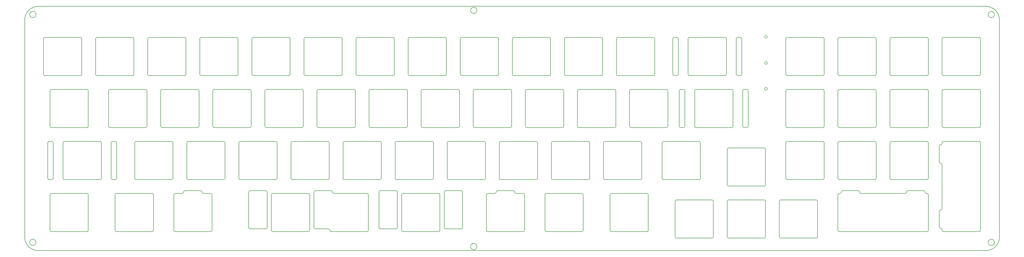
<source format=gm1>
G04 #@! TF.GenerationSoftware,KiCad,Pcbnew,(5.1.9)-1*
G04 #@! TF.CreationDate,2021-06-08T14:57:44-04:00*
G04 #@! TF.ProjectId,kastenwagen-plate,6b617374-656e-4776-9167-656e2d706c61,rev?*
G04 #@! TF.SameCoordinates,Original*
G04 #@! TF.FileFunction,Profile,NP*
%FSLAX46Y46*%
G04 Gerber Fmt 4.6, Leading zero omitted, Abs format (unit mm)*
G04 Created by KiCad (PCBNEW (5.1.9)-1) date 2021-06-08 14:57:44*
%MOMM*%
%LPD*%
G01*
G04 APERTURE LIST*
G04 #@! TA.AperFunction,Profile*
%ADD10C,0.200000*%
G04 #@! TD*
G04 #@! TA.AperFunction,Profile*
%ADD11C,0.150000*%
G04 #@! TD*
G04 APERTURE END LIST*
D10*
X11500000Y-12000000D02*
G75*
G02*
X16500000Y-7000000I5000000J0D01*
G01*
X11500000Y-91500000D02*
X11500000Y-12000000D01*
X16500000Y-96500000D02*
G75*
G02*
X11500000Y-91500000I0J5000000D01*
G01*
X16500000Y-7000000D02*
X363000000Y-7000000D01*
X363000000Y-7000000D02*
G75*
G02*
X368000000Y-12000000I0J-5000000D01*
G01*
X16500000Y-96500000D02*
X363000000Y-96500000D01*
X368000000Y-91500000D02*
X368000000Y-12000000D01*
X368000000Y-91500000D02*
G75*
G02*
X363000000Y-96500000I-5000000J0D01*
G01*
D11*
X176900000Y-95000000D02*
G75*
G03*
X176900000Y-95000000I-1150000J0D01*
G01*
X15650000Y-93500000D02*
G75*
G03*
X15650000Y-93500000I-1150000J0D01*
G01*
X15650000Y-10000000D02*
G75*
G03*
X15650000Y-10000000I-1150000J0D01*
G01*
X366150000Y-93500000D02*
G75*
G03*
X366150000Y-93500000I-1150000J0D01*
G01*
X366150000Y-10000000D02*
G75*
G03*
X366150000Y-10000000I-1150000J0D01*
G01*
X176900000Y-8500000D02*
G75*
G03*
X176900000Y-8500000I-1150000J0D01*
G01*
D10*
X283100400Y-18236400D02*
G75*
G03*
X283100400Y-18236400I-500000J0D01*
G01*
X283100400Y-27736400D02*
G75*
G03*
X283100400Y-27736400I-500000J0D01*
G01*
X283100400Y-37236400D02*
G75*
G03*
X283100400Y-37236400I-500000J0D01*
G01*
G04 #@! TO.C,REF\u002A\u002A*
X79525000Y-89550000D02*
X66525000Y-89550000D01*
X117306750Y-75050000D02*
X117306750Y-88050000D01*
X117806750Y-88550000D02*
X122675000Y-88550000D01*
X117806750Y-74550000D02*
X123556750Y-74550000D01*
X115243750Y-89550000D02*
X102243750Y-89550000D01*
X93430750Y-75050000D02*
X93430750Y-88050000D01*
X115743750Y-89050000D02*
X115743750Y-76050000D01*
X101743750Y-76050000D02*
X101743750Y-89050000D01*
X102243750Y-75550000D02*
X115243750Y-75550000D01*
X100180750Y-75050000D02*
X100180750Y-88050000D01*
X93930750Y-74550000D02*
X99680750Y-74550000D01*
X93930750Y-88550000D02*
X99680750Y-88550000D01*
X193825000Y-89550000D02*
X180825000Y-89550000D01*
X180825000Y-75550000D02*
X183450000Y-75550000D01*
X180325000Y-76050000D02*
X180325000Y-89050000D01*
X194325000Y-89050000D02*
X194325000Y-76050000D01*
X184450000Y-74550000D02*
X190200000Y-74550000D01*
X124556750Y-75550000D02*
X136675000Y-75550000D01*
X137175000Y-89050000D02*
X137175000Y-76050000D01*
X136675000Y-89550000D02*
X123675000Y-89550000D01*
X76875000Y-75550000D02*
X79525000Y-75550000D01*
X80025000Y-89050000D02*
X80025000Y-76050000D01*
X66025000Y-76050000D02*
X66025000Y-89050000D01*
X165431750Y-88550000D02*
X171181750Y-88550000D01*
X164931750Y-75050000D02*
X164931750Y-88050000D01*
X162868750Y-89550000D02*
X149868750Y-89550000D01*
X163368750Y-89050000D02*
X163368750Y-76050000D01*
X149368750Y-76050000D02*
X149368750Y-89050000D01*
X149868750Y-75550000D02*
X162868750Y-75550000D01*
X171681750Y-75050000D02*
X171681750Y-88050000D01*
X147805750Y-75050000D02*
X147805750Y-88050000D01*
X141055750Y-75050000D02*
X141055750Y-88050000D01*
X165431750Y-74550000D02*
X171181750Y-74550000D01*
X141555750Y-74550000D02*
X147305750Y-74550000D01*
X141555750Y-88550000D02*
X147305750Y-88550000D01*
X75875000Y-74550000D02*
X70125000Y-74550000D01*
X66525000Y-75550000D02*
X69125000Y-75550000D01*
X191200000Y-75550000D02*
X193825000Y-75550000D01*
X76875000Y-75550000D02*
G75*
G02*
X76375000Y-75050000I0J500000D01*
G01*
X69625000Y-75050000D02*
G75*
G02*
X70125000Y-74550000I500000J0D01*
G01*
X69625000Y-75050000D02*
G75*
G02*
X69125000Y-75550000I-500000J0D01*
G01*
X75875000Y-74550000D02*
G75*
G02*
X76375000Y-75050000I0J-500000D01*
G01*
X123556750Y-74550000D02*
G75*
G02*
X124056750Y-75050000I0J-500000D01*
G01*
X123675000Y-89550000D02*
G75*
G02*
X123175000Y-89050000I0J500000D01*
G01*
X183950000Y-75050000D02*
G75*
G02*
X183450000Y-75550000I-500000J0D01*
G01*
X191200000Y-75550000D02*
G75*
G02*
X190700000Y-75050000I0J500000D01*
G01*
X101743750Y-76050000D02*
G75*
G02*
X102243750Y-75550000I500000J0D01*
G01*
X115743750Y-89050000D02*
G75*
G02*
X115243750Y-89550000I-500000J0D01*
G01*
X115243750Y-75550000D02*
G75*
G02*
X115743750Y-76050000I0J-500000D01*
G01*
X102243750Y-89550000D02*
G75*
G02*
X101743750Y-89050000I0J500000D01*
G01*
X93430750Y-75050000D02*
G75*
G02*
X93930750Y-74550000I500000J0D01*
G01*
X100180750Y-88050000D02*
G75*
G02*
X99680750Y-88550000I-500000J0D01*
G01*
X93930750Y-88550000D02*
G75*
G02*
X93430750Y-88050000I0J500000D01*
G01*
X117306750Y-75050000D02*
G75*
G02*
X117806750Y-74550000I500000J0D01*
G01*
X122675000Y-88550000D02*
G75*
G02*
X123175000Y-89050000I0J-500000D01*
G01*
X99680750Y-74550000D02*
G75*
G02*
X100180750Y-75050000I0J-500000D01*
G01*
X117806750Y-88550000D02*
G75*
G02*
X117306750Y-88050000I0J500000D01*
G01*
X164931750Y-75050000D02*
G75*
G02*
X165431750Y-74550000I500000J0D01*
G01*
X141555750Y-88550000D02*
G75*
G02*
X141055750Y-88050000I0J500000D01*
G01*
X147805750Y-88050000D02*
G75*
G02*
X147305750Y-88550000I-500000J0D01*
G01*
X171681750Y-88050000D02*
G75*
G02*
X171181750Y-88550000I-500000J0D01*
G01*
X141055750Y-75050000D02*
G75*
G02*
X141555750Y-74550000I500000J0D01*
G01*
X163368750Y-89050000D02*
G75*
G02*
X162868750Y-89550000I-500000J0D01*
G01*
X147305750Y-74550000D02*
G75*
G02*
X147805750Y-75050000I0J-500000D01*
G01*
X149368750Y-76050000D02*
G75*
G02*
X149868750Y-75550000I500000J0D01*
G01*
X162868750Y-75550000D02*
G75*
G02*
X163368750Y-76050000I0J-500000D01*
G01*
X149868750Y-89550000D02*
G75*
G02*
X149368750Y-89050000I0J500000D01*
G01*
X171181750Y-74550000D02*
G75*
G02*
X171681750Y-75050000I0J-500000D01*
G01*
X165431750Y-88550000D02*
G75*
G02*
X164931750Y-88050000I0J500000D01*
G01*
X180325000Y-76050000D02*
G75*
G02*
X180825000Y-75550000I500000J0D01*
G01*
X194325000Y-89050000D02*
G75*
G02*
X193825000Y-89550000I-500000J0D01*
G01*
X180825000Y-89550000D02*
G75*
G02*
X180325000Y-89050000I0J500000D01*
G01*
X193825000Y-75550000D02*
G75*
G02*
X194325000Y-76050000I0J-500000D01*
G01*
X79525000Y-75550000D02*
G75*
G02*
X80025000Y-76050000I0J-500000D01*
G01*
X66525000Y-89550000D02*
G75*
G02*
X66025000Y-89050000I0J500000D01*
G01*
X66025000Y-76050000D02*
G75*
G02*
X66525000Y-75550000I500000J0D01*
G01*
X80025000Y-89050000D02*
G75*
G02*
X79525000Y-89550000I-500000J0D01*
G01*
X190200000Y-74550000D02*
G75*
G02*
X190700000Y-75050000I0J-500000D01*
G01*
X183950000Y-75050000D02*
G75*
G02*
X184450000Y-74550000I500000J0D01*
G01*
X136675000Y-75550000D02*
G75*
G02*
X137175000Y-76050000I0J-500000D01*
G01*
X137175000Y-89050000D02*
G75*
G02*
X136675000Y-89550000I-500000J0D01*
G01*
X124556750Y-75550000D02*
G75*
G02*
X124056750Y-75050000I0J500000D01*
G01*
X346012500Y-58212000D02*
X346012500Y-63962000D01*
X347012500Y-81088000D02*
X347012500Y-64962000D01*
X346012500Y-82088000D02*
X346012500Y-87838000D01*
X347012500Y-57212000D02*
X347012500Y-57000000D01*
X361012500Y-57000000D02*
X361012500Y-89050000D01*
X360512500Y-56500000D02*
X347512500Y-56500000D01*
X347012500Y-89050000D02*
X347012500Y-88838000D01*
X347512500Y-89550000D02*
X360512500Y-89550000D01*
X346512500Y-64462000D02*
G75*
G02*
X347012500Y-64962000I0J-500000D01*
G01*
X347012500Y-57212000D02*
G75*
G02*
X346512500Y-57712000I-500000J0D01*
G01*
X347012500Y-81088000D02*
G75*
G02*
X346512500Y-81588000I-500000J0D01*
G01*
X346512500Y-88338000D02*
G75*
G02*
X347012500Y-88838000I0J-500000D01*
G01*
X347512500Y-89550000D02*
G75*
G02*
X347012500Y-89050000I0J500000D01*
G01*
X361012500Y-89050000D02*
G75*
G02*
X360512500Y-89550000I-500000J0D01*
G01*
X360512500Y-56500000D02*
G75*
G02*
X361012500Y-57000000I0J-500000D01*
G01*
X347012500Y-57000000D02*
G75*
G02*
X347512500Y-56500000I500000J0D01*
G01*
X346512500Y-88338000D02*
G75*
G02*
X346012500Y-87838000I0J500000D01*
G01*
X346012500Y-82088000D02*
G75*
G02*
X346512500Y-81588000I500000J0D01*
G01*
X346012500Y-58212000D02*
G75*
G02*
X346512500Y-57712000I500000J0D01*
G01*
X346512500Y-64462000D02*
G75*
G02*
X346012500Y-63962000I0J500000D01*
G01*
X340250500Y-74550000D02*
X334500500Y-74550000D01*
X317374500Y-75550000D02*
X333500500Y-75550000D01*
X316374500Y-74550000D02*
X310624500Y-74550000D01*
X341250500Y-75550000D02*
X341462500Y-75550000D01*
X341462500Y-89550000D02*
X309412500Y-89550000D01*
X341962500Y-89050000D02*
X341962500Y-76050000D01*
X309412500Y-75550000D02*
X309624500Y-75550000D01*
X308912500Y-76050000D02*
X308912500Y-89050000D01*
X334000500Y-75050000D02*
G75*
G02*
X333500500Y-75550000I-500000J0D01*
G01*
X341250500Y-75550000D02*
G75*
G02*
X340750500Y-75050000I0J500000D01*
G01*
X317374500Y-75550000D02*
G75*
G02*
X316874500Y-75050000I0J500000D01*
G01*
X310124500Y-75050000D02*
G75*
G02*
X309624500Y-75550000I-500000J0D01*
G01*
X308912500Y-76050000D02*
G75*
G02*
X309412500Y-75550000I500000J0D01*
G01*
X309412500Y-89550000D02*
G75*
G02*
X308912500Y-89050000I0J500000D01*
G01*
X341962500Y-89050000D02*
G75*
G02*
X341462500Y-89550000I-500000J0D01*
G01*
X341462500Y-75550000D02*
G75*
G02*
X341962500Y-76050000I0J-500000D01*
G01*
X310124500Y-75050000D02*
G75*
G02*
X310624500Y-74550000I500000J0D01*
G01*
X316374500Y-74550000D02*
G75*
G02*
X316874500Y-75050000I0J-500000D01*
G01*
X340250500Y-74550000D02*
G75*
G02*
X340750500Y-75050000I0J-500000D01*
G01*
X334000500Y-75050000D02*
G75*
G02*
X334500500Y-74550000I500000J0D01*
G01*
X328462500Y-56500000D02*
X341462500Y-56500000D01*
X327962500Y-57000000D02*
X327962500Y-70000000D01*
X341962500Y-70000000D02*
X341962500Y-57000000D01*
X341462500Y-70500000D02*
X328462500Y-70500000D01*
X328462500Y-70500000D02*
G75*
G02*
X327962500Y-70000000I0J500000D01*
G01*
X341462500Y-56500000D02*
G75*
G02*
X341962500Y-57000000I0J-500000D01*
G01*
X341962500Y-70000000D02*
G75*
G02*
X341462500Y-70500000I-500000J0D01*
G01*
X327962500Y-57000000D02*
G75*
G02*
X328462500Y-56500000I500000J0D01*
G01*
X309412500Y-56500000D02*
X322412500Y-56500000D01*
X308912500Y-57000000D02*
X308912500Y-70000000D01*
X322912500Y-70000000D02*
X322912500Y-57000000D01*
X322412500Y-70500000D02*
X309412500Y-70500000D01*
X309412500Y-70500000D02*
G75*
G02*
X308912500Y-70000000I0J500000D01*
G01*
X322412500Y-56500000D02*
G75*
G02*
X322912500Y-57000000I0J-500000D01*
G01*
X322912500Y-70000000D02*
G75*
G02*
X322412500Y-70500000I-500000J0D01*
G01*
X308912500Y-57000000D02*
G75*
G02*
X309412500Y-56500000I500000J0D01*
G01*
X347512500Y-37450000D02*
X360512500Y-37450000D01*
X347012500Y-37950000D02*
X347012500Y-50950000D01*
X361012500Y-50950000D02*
X361012500Y-37950000D01*
X360512500Y-51450000D02*
X347512500Y-51450000D01*
X347512500Y-51450000D02*
G75*
G02*
X347012500Y-50950000I0J500000D01*
G01*
X360512500Y-37450000D02*
G75*
G02*
X361012500Y-37950000I0J-500000D01*
G01*
X361012500Y-50950000D02*
G75*
G02*
X360512500Y-51450000I-500000J0D01*
G01*
X347012500Y-37950000D02*
G75*
G02*
X347512500Y-37450000I500000J0D01*
G01*
X328462500Y-37450000D02*
X341462500Y-37450000D01*
X327962500Y-37950000D02*
X327962500Y-50950000D01*
X341962500Y-50950000D02*
X341962500Y-37950000D01*
X341462500Y-51450000D02*
X328462500Y-51450000D01*
X328462500Y-51450000D02*
G75*
G02*
X327962500Y-50950000I0J500000D01*
G01*
X341462500Y-37450000D02*
G75*
G02*
X341962500Y-37950000I0J-500000D01*
G01*
X341962500Y-50950000D02*
G75*
G02*
X341462500Y-51450000I-500000J0D01*
G01*
X327962500Y-37950000D02*
G75*
G02*
X328462500Y-37450000I500000J0D01*
G01*
X309412500Y-37450000D02*
X322412500Y-37450000D01*
X308912500Y-37950000D02*
X308912500Y-50950000D01*
X322912500Y-50950000D02*
X322912500Y-37950000D01*
X322412500Y-51450000D02*
X309412500Y-51450000D01*
X309412500Y-51450000D02*
G75*
G02*
X308912500Y-50950000I0J500000D01*
G01*
X322412500Y-37450000D02*
G75*
G02*
X322912500Y-37950000I0J-500000D01*
G01*
X322912500Y-50950000D02*
G75*
G02*
X322412500Y-51450000I-500000J0D01*
G01*
X308912500Y-37950000D02*
G75*
G02*
X309412500Y-37450000I500000J0D01*
G01*
X347512500Y-18400000D02*
X360512500Y-18400000D01*
X347012500Y-18900000D02*
X347012500Y-31900000D01*
X361012500Y-31900000D02*
X361012500Y-18900000D01*
X360512500Y-32400000D02*
X347512500Y-32400000D01*
X347512500Y-32400000D02*
G75*
G02*
X347012500Y-31900000I0J500000D01*
G01*
X360512500Y-18400000D02*
G75*
G02*
X361012500Y-18900000I0J-500000D01*
G01*
X361012500Y-31900000D02*
G75*
G02*
X360512500Y-32400000I-500000J0D01*
G01*
X347012500Y-18900000D02*
G75*
G02*
X347512500Y-18400000I500000J0D01*
G01*
X328462500Y-18400000D02*
X341462500Y-18400000D01*
X327962500Y-18900000D02*
X327962500Y-31900000D01*
X341962500Y-31900000D02*
X341962500Y-18900000D01*
X341462500Y-32400000D02*
X328462500Y-32400000D01*
X328462500Y-32400000D02*
G75*
G02*
X327962500Y-31900000I0J500000D01*
G01*
X341462500Y-18400000D02*
G75*
G02*
X341962500Y-18900000I0J-500000D01*
G01*
X341962500Y-31900000D02*
G75*
G02*
X341462500Y-32400000I-500000J0D01*
G01*
X327962500Y-18900000D02*
G75*
G02*
X328462500Y-18400000I500000J0D01*
G01*
X309412500Y-18400000D02*
X322412500Y-18400000D01*
X308912500Y-18900000D02*
X308912500Y-31900000D01*
X322912500Y-31900000D02*
X322912500Y-18900000D01*
X322412500Y-32400000D02*
X309412500Y-32400000D01*
X309412500Y-32400000D02*
G75*
G02*
X308912500Y-31900000I0J500000D01*
G01*
X322412500Y-18400000D02*
G75*
G02*
X322912500Y-18900000I0J-500000D01*
G01*
X322912500Y-31900000D02*
G75*
G02*
X322412500Y-32400000I-500000J0D01*
G01*
X308912500Y-18900000D02*
G75*
G02*
X309412500Y-18400000I500000J0D01*
G01*
X290362500Y-18400000D02*
X303362500Y-18400000D01*
X289862500Y-18900000D02*
X289862500Y-31900000D01*
X303862500Y-31900000D02*
X303862500Y-18900000D01*
X303362500Y-32400000D02*
X290362500Y-32400000D01*
X290362500Y-32400000D02*
G75*
G02*
X289862500Y-31900000I0J500000D01*
G01*
X303362500Y-18400000D02*
G75*
G02*
X303862500Y-18900000I0J-500000D01*
G01*
X303862500Y-31900000D02*
G75*
G02*
X303362500Y-32400000I-500000J0D01*
G01*
X289862500Y-18900000D02*
G75*
G02*
X290362500Y-18400000I500000J0D01*
G01*
X290362500Y-37450000D02*
X303362500Y-37450000D01*
X289862500Y-37950000D02*
X289862500Y-50950000D01*
X303862500Y-50950000D02*
X303862500Y-37950000D01*
X303362500Y-51450000D02*
X290362500Y-51450000D01*
X290362500Y-51450000D02*
G75*
G02*
X289862500Y-50950000I0J500000D01*
G01*
X303362500Y-37450000D02*
G75*
G02*
X303862500Y-37950000I0J-500000D01*
G01*
X303862500Y-50950000D02*
G75*
G02*
X303362500Y-51450000I-500000J0D01*
G01*
X289862500Y-37950000D02*
G75*
G02*
X290362500Y-37450000I500000J0D01*
G01*
X290362500Y-56500000D02*
X303362500Y-56500000D01*
X289862500Y-57000000D02*
X289862500Y-70000000D01*
X303862500Y-70000000D02*
X303862500Y-57000000D01*
X303362500Y-70500000D02*
X290362500Y-70500000D01*
X290362500Y-70500000D02*
G75*
G02*
X289862500Y-70000000I0J500000D01*
G01*
X303362500Y-56500000D02*
G75*
G02*
X303862500Y-57000000I0J-500000D01*
G01*
X303862500Y-70000000D02*
G75*
G02*
X303362500Y-70500000I-500000J0D01*
G01*
X289862500Y-57000000D02*
G75*
G02*
X290362500Y-56500000I500000J0D01*
G01*
X287981250Y-77931250D02*
X300981250Y-77931250D01*
X287481250Y-78431250D02*
X287481250Y-91431250D01*
X301481250Y-91431250D02*
X301481250Y-78431250D01*
X300981250Y-91931250D02*
X287981250Y-91931250D01*
X287981250Y-91931250D02*
G75*
G02*
X287481250Y-91431250I0J500000D01*
G01*
X300981250Y-77931250D02*
G75*
G02*
X301481250Y-78431250I0J-500000D01*
G01*
X301481250Y-91431250D02*
G75*
G02*
X300981250Y-91931250I-500000J0D01*
G01*
X287481250Y-78431250D02*
G75*
G02*
X287981250Y-77931250I500000J0D01*
G01*
X249881250Y-77931250D02*
X262881250Y-77931250D01*
X249381250Y-78431250D02*
X249381250Y-91431250D01*
X263381250Y-91431250D02*
X263381250Y-78431250D01*
X262881250Y-91931250D02*
X249881250Y-91931250D01*
X249881250Y-91931250D02*
G75*
G02*
X249381250Y-91431250I0J500000D01*
G01*
X262881250Y-77931250D02*
G75*
G02*
X263381250Y-78431250I0J-500000D01*
G01*
X263381250Y-91431250D02*
G75*
G02*
X262881250Y-91931250I-500000J0D01*
G01*
X249381250Y-78431250D02*
G75*
G02*
X249881250Y-77931250I500000J0D01*
G01*
X268931250Y-77931250D02*
X281931250Y-77931250D01*
X268431250Y-78431250D02*
X268431250Y-91431250D01*
X282431250Y-91431250D02*
X282431250Y-78431250D01*
X281931250Y-91931250D02*
X268931250Y-91931250D01*
X268931250Y-91931250D02*
G75*
G02*
X268431250Y-91431250I0J500000D01*
G01*
X281931250Y-77931250D02*
G75*
G02*
X282431250Y-78431250I0J-500000D01*
G01*
X282431250Y-91431250D02*
G75*
G02*
X281931250Y-91931250I-500000J0D01*
G01*
X268431250Y-78431250D02*
G75*
G02*
X268931250Y-77931250I500000J0D01*
G01*
X268931250Y-58881250D02*
X281931250Y-58881250D01*
X268431250Y-59381250D02*
X268431250Y-72381250D01*
X282431250Y-72381250D02*
X282431250Y-59381250D01*
X281931250Y-72881250D02*
X268931250Y-72881250D01*
X268931250Y-72881250D02*
G75*
G02*
X268431250Y-72381250I0J500000D01*
G01*
X281931250Y-58881250D02*
G75*
G02*
X282431250Y-59381250I0J-500000D01*
G01*
X282431250Y-72381250D02*
G75*
G02*
X281931250Y-72881250I-500000J0D01*
G01*
X268431250Y-59381250D02*
G75*
G02*
X268931250Y-58881250I500000J0D01*
G01*
X215256250Y-89550000D02*
X202256250Y-89550000D01*
X215756250Y-89050000D02*
X215756250Y-76050000D01*
X201756250Y-76050000D02*
X201756250Y-89050000D01*
X202256250Y-75550000D02*
X215256250Y-75550000D01*
X202256250Y-89550000D02*
G75*
G02*
X201756250Y-89050000I0J500000D01*
G01*
X215256250Y-75550000D02*
G75*
G02*
X215756250Y-76050000I0J-500000D01*
G01*
X215756250Y-89050000D02*
G75*
G02*
X215256250Y-89550000I-500000J0D01*
G01*
X201756250Y-76050000D02*
G75*
G02*
X202256250Y-75550000I500000J0D01*
G01*
X239068750Y-89550000D02*
X226068750Y-89550000D01*
X239568750Y-89050000D02*
X239568750Y-76050000D01*
X225568750Y-76050000D02*
X225568750Y-89050000D01*
X226068750Y-75550000D02*
X239068750Y-75550000D01*
X226068750Y-89550000D02*
G75*
G02*
X225568750Y-89050000I0J500000D01*
G01*
X239068750Y-75550000D02*
G75*
G02*
X239568750Y-76050000I0J-500000D01*
G01*
X239568750Y-89050000D02*
G75*
G02*
X239068750Y-89550000I-500000J0D01*
G01*
X225568750Y-76050000D02*
G75*
G02*
X226068750Y-75550000I500000J0D01*
G01*
X58093750Y-89550000D02*
X45093750Y-89550000D01*
X58593750Y-89050000D02*
X58593750Y-76050000D01*
X44593750Y-76050000D02*
X44593750Y-89050000D01*
X45093750Y-75550000D02*
X58093750Y-75550000D01*
X45093750Y-89550000D02*
G75*
G02*
X44593750Y-89050000I0J500000D01*
G01*
X58093750Y-75550000D02*
G75*
G02*
X58593750Y-76050000I0J-500000D01*
G01*
X58593750Y-89050000D02*
G75*
G02*
X58093750Y-89550000I-500000J0D01*
G01*
X44593750Y-76050000D02*
G75*
G02*
X45093750Y-75550000I500000J0D01*
G01*
X34281250Y-89550000D02*
X21281250Y-89550000D01*
X34781250Y-89050000D02*
X34781250Y-76050000D01*
X20781250Y-76050000D02*
X20781250Y-89050000D01*
X21281250Y-75550000D02*
X34281250Y-75550000D01*
X21281250Y-89550000D02*
G75*
G02*
X20781250Y-89050000I0J500000D01*
G01*
X34281250Y-75550000D02*
G75*
G02*
X34781250Y-76050000I0J-500000D01*
G01*
X34781250Y-89050000D02*
G75*
G02*
X34281250Y-89550000I-500000J0D01*
G01*
X20781250Y-76050000D02*
G75*
G02*
X21281250Y-75550000I500000J0D01*
G01*
X34281250Y-51450000D02*
X21281250Y-51450000D01*
X34781250Y-50950000D02*
X34781250Y-37950000D01*
X20781250Y-37950000D02*
X20781250Y-50950000D01*
X21281250Y-37450000D02*
X34281250Y-37450000D01*
X21281250Y-51450000D02*
G75*
G02*
X20781250Y-50950000I0J500000D01*
G01*
X34281250Y-37450000D02*
G75*
G02*
X34781250Y-37950000I0J-500000D01*
G01*
X34781250Y-50950000D02*
G75*
G02*
X34281250Y-51450000I-500000J0D01*
G01*
X20781250Y-37950000D02*
G75*
G02*
X21281250Y-37450000I500000J0D01*
G01*
X258118750Y-70500000D02*
X245118750Y-70500000D01*
X258618750Y-70000000D02*
X258618750Y-57000000D01*
X244618750Y-57000000D02*
X244618750Y-70000000D01*
X245118750Y-56500000D02*
X258118750Y-56500000D01*
X245118750Y-70500000D02*
G75*
G02*
X244618750Y-70000000I0J500000D01*
G01*
X258118750Y-56500000D02*
G75*
G02*
X258618750Y-57000000I0J-500000D01*
G01*
X258618750Y-70000000D02*
G75*
G02*
X258118750Y-70500000I-500000J0D01*
G01*
X244618750Y-57000000D02*
G75*
G02*
X245118750Y-56500000I500000J0D01*
G01*
X270025000Y-51450000D02*
X257025000Y-51450000D01*
X270525000Y-50950000D02*
X270525000Y-37950000D01*
X256525000Y-37950000D02*
X256525000Y-50950000D01*
X257025000Y-37450000D02*
X270025000Y-37450000D01*
X252925000Y-37950000D02*
X252925000Y-50950000D01*
X250925000Y-37950000D02*
X250925000Y-50950000D01*
X251425000Y-37450000D02*
X252425000Y-37450000D01*
X251425000Y-51450000D02*
X252425000Y-51450000D01*
X275625000Y-51450000D02*
X274625000Y-51450000D01*
X275625000Y-37450000D02*
X274625000Y-37450000D01*
X274125000Y-50950000D02*
X274125000Y-37950000D01*
X276125000Y-50950000D02*
X276125000Y-37950000D01*
X276125000Y-50950000D02*
G75*
G02*
X275625000Y-51450000I-500000J0D01*
G01*
X274125000Y-37950000D02*
G75*
G02*
X274625000Y-37450000I500000J0D01*
G01*
X274625000Y-51450000D02*
G75*
G02*
X274125000Y-50950000I0J500000D01*
G01*
X275625000Y-37450000D02*
G75*
G02*
X276125000Y-37950000I0J-500000D01*
G01*
X252425000Y-37450000D02*
G75*
G02*
X252925000Y-37950000I0J-500000D01*
G01*
X251425000Y-51450000D02*
G75*
G02*
X250925000Y-50950000I0J500000D01*
G01*
X252925000Y-50950000D02*
G75*
G02*
X252425000Y-51450000I-500000J0D01*
G01*
X250925000Y-37950000D02*
G75*
G02*
X251425000Y-37450000I500000J0D01*
G01*
X257025000Y-51450000D02*
G75*
G02*
X256525000Y-50950000I0J500000D01*
G01*
X270025000Y-37450000D02*
G75*
G02*
X270525000Y-37950000I0J-500000D01*
G01*
X270525000Y-50950000D02*
G75*
G02*
X270025000Y-51450000I-500000J0D01*
G01*
X256525000Y-37950000D02*
G75*
G02*
X257025000Y-37450000I500000J0D01*
G01*
X267643750Y-32400000D02*
X254643750Y-32400000D01*
X268143750Y-31900000D02*
X268143750Y-18900000D01*
X254143750Y-18900000D02*
X254143750Y-31900000D01*
X254643750Y-18400000D02*
X267643750Y-18400000D01*
X250543750Y-18900000D02*
X250543750Y-31900000D01*
X248543750Y-18900000D02*
X248543750Y-31900000D01*
X249043750Y-18400000D02*
X250043750Y-18400000D01*
X249043750Y-32400000D02*
X250043750Y-32400000D01*
X273243750Y-32400000D02*
X272243750Y-32400000D01*
X273243750Y-18400000D02*
X272243750Y-18400000D01*
X271743750Y-31900000D02*
X271743750Y-18900000D01*
X273743750Y-31900000D02*
X273743750Y-18900000D01*
X273743750Y-31900000D02*
G75*
G02*
X273243750Y-32400000I-500000J0D01*
G01*
X271743750Y-18900000D02*
G75*
G02*
X272243750Y-18400000I500000J0D01*
G01*
X272243750Y-32400000D02*
G75*
G02*
X271743750Y-31900000I0J500000D01*
G01*
X273243750Y-18400000D02*
G75*
G02*
X273743750Y-18900000I0J-500000D01*
G01*
X250043750Y-18400000D02*
G75*
G02*
X250543750Y-18900000I0J-500000D01*
G01*
X249043750Y-32400000D02*
G75*
G02*
X248543750Y-31900000I0J500000D01*
G01*
X250543750Y-31900000D02*
G75*
G02*
X250043750Y-32400000I-500000J0D01*
G01*
X248543750Y-18900000D02*
G75*
G02*
X249043750Y-18400000I500000J0D01*
G01*
X254643750Y-32400000D02*
G75*
G02*
X254143750Y-31900000I0J500000D01*
G01*
X267643750Y-18400000D02*
G75*
G02*
X268143750Y-18900000I0J-500000D01*
G01*
X268143750Y-31900000D02*
G75*
G02*
X267643750Y-32400000I-500000J0D01*
G01*
X254143750Y-18900000D02*
G75*
G02*
X254643750Y-18400000I500000J0D01*
G01*
X39043750Y-70500000D02*
X26043750Y-70500000D01*
X39543750Y-70000000D02*
X39543750Y-57000000D01*
X25543750Y-57000000D02*
X25543750Y-70000000D01*
X26043750Y-56500000D02*
X39043750Y-56500000D01*
X21943750Y-57000000D02*
X21943750Y-70000000D01*
X19943750Y-57000000D02*
X19943750Y-70000000D01*
X20443750Y-56500000D02*
X21443750Y-56500000D01*
X20443750Y-70500000D02*
X21443750Y-70500000D01*
X44643750Y-70500000D02*
X43643750Y-70500000D01*
X44643750Y-56500000D02*
X43643750Y-56500000D01*
X43143750Y-70000000D02*
X43143750Y-57000000D01*
X45143750Y-70000000D02*
X45143750Y-57000000D01*
X45143750Y-70000000D02*
G75*
G02*
X44643750Y-70500000I-500000J0D01*
G01*
X43143750Y-57000000D02*
G75*
G02*
X43643750Y-56500000I500000J0D01*
G01*
X43643750Y-70500000D02*
G75*
G02*
X43143750Y-70000000I0J500000D01*
G01*
X44643750Y-56500000D02*
G75*
G02*
X45143750Y-57000000I0J-500000D01*
G01*
X21443750Y-56500000D02*
G75*
G02*
X21943750Y-57000000I0J-500000D01*
G01*
X20443750Y-70500000D02*
G75*
G02*
X19943750Y-70000000I0J500000D01*
G01*
X21943750Y-70000000D02*
G75*
G02*
X21443750Y-70500000I-500000J0D01*
G01*
X19943750Y-57000000D02*
G75*
G02*
X20443750Y-56500000I500000J0D01*
G01*
X26043750Y-70500000D02*
G75*
G02*
X25543750Y-70000000I0J500000D01*
G01*
X39043750Y-56500000D02*
G75*
G02*
X39543750Y-57000000I0J-500000D01*
G01*
X39543750Y-70000000D02*
G75*
G02*
X39043750Y-70500000I-500000J0D01*
G01*
X25543750Y-57000000D02*
G75*
G02*
X26043750Y-56500000I500000J0D01*
G01*
X90337500Y-56500000D02*
X103337500Y-56500000D01*
X89837500Y-57000000D02*
X89837500Y-70000000D01*
X103837500Y-70000000D02*
X103837500Y-57000000D01*
X103337500Y-70500000D02*
X90337500Y-70500000D01*
X90337500Y-70500000D02*
G75*
G02*
X89837500Y-70000000I0J500000D01*
G01*
X103337500Y-56500000D02*
G75*
G02*
X103837500Y-57000000I0J-500000D01*
G01*
X103837500Y-70000000D02*
G75*
G02*
X103337500Y-70500000I-500000J0D01*
G01*
X89837500Y-57000000D02*
G75*
G02*
X90337500Y-56500000I500000J0D01*
G01*
X71287500Y-56500000D02*
X84287500Y-56500000D01*
X70787500Y-57000000D02*
X70787500Y-70000000D01*
X84787500Y-70000000D02*
X84787500Y-57000000D01*
X84287500Y-70500000D02*
X71287500Y-70500000D01*
X71287500Y-70500000D02*
G75*
G02*
X70787500Y-70000000I0J500000D01*
G01*
X84287500Y-56500000D02*
G75*
G02*
X84787500Y-57000000I0J-500000D01*
G01*
X84787500Y-70000000D02*
G75*
G02*
X84287500Y-70500000I-500000J0D01*
G01*
X70787500Y-57000000D02*
G75*
G02*
X71287500Y-56500000I500000J0D01*
G01*
X147487500Y-56500000D02*
X160487500Y-56500000D01*
X146987500Y-57000000D02*
X146987500Y-70000000D01*
X160987500Y-70000000D02*
X160987500Y-57000000D01*
X160487500Y-70500000D02*
X147487500Y-70500000D01*
X147487500Y-70500000D02*
G75*
G02*
X146987500Y-70000000I0J500000D01*
G01*
X160487500Y-56500000D02*
G75*
G02*
X160987500Y-57000000I0J-500000D01*
G01*
X160987500Y-70000000D02*
G75*
G02*
X160487500Y-70500000I-500000J0D01*
G01*
X146987500Y-57000000D02*
G75*
G02*
X147487500Y-56500000I500000J0D01*
G01*
X109387500Y-56500000D02*
X122387500Y-56500000D01*
X108887500Y-57000000D02*
X108887500Y-70000000D01*
X122887500Y-70000000D02*
X122887500Y-57000000D01*
X122387500Y-70500000D02*
X109387500Y-70500000D01*
X109387500Y-70500000D02*
G75*
G02*
X108887500Y-70000000I0J500000D01*
G01*
X122387500Y-56500000D02*
G75*
G02*
X122887500Y-57000000I0J-500000D01*
G01*
X122887500Y-70000000D02*
G75*
G02*
X122387500Y-70500000I-500000J0D01*
G01*
X108887500Y-57000000D02*
G75*
G02*
X109387500Y-56500000I500000J0D01*
G01*
X128437500Y-56500000D02*
X141437500Y-56500000D01*
X127937500Y-57000000D02*
X127937500Y-70000000D01*
X141937500Y-70000000D02*
X141937500Y-57000000D01*
X141437500Y-70500000D02*
X128437500Y-70500000D01*
X128437500Y-70500000D02*
G75*
G02*
X127937500Y-70000000I0J500000D01*
G01*
X141437500Y-56500000D02*
G75*
G02*
X141937500Y-57000000I0J-500000D01*
G01*
X141937500Y-70000000D02*
G75*
G02*
X141437500Y-70500000I-500000J0D01*
G01*
X127937500Y-57000000D02*
G75*
G02*
X128437500Y-56500000I500000J0D01*
G01*
X166537500Y-56500000D02*
X179537500Y-56500000D01*
X166037500Y-57000000D02*
X166037500Y-70000000D01*
X180037500Y-70000000D02*
X180037500Y-57000000D01*
X179537500Y-70500000D02*
X166537500Y-70500000D01*
X166537500Y-70500000D02*
G75*
G02*
X166037500Y-70000000I0J500000D01*
G01*
X179537500Y-56500000D02*
G75*
G02*
X180037500Y-57000000I0J-500000D01*
G01*
X180037500Y-70000000D02*
G75*
G02*
X179537500Y-70500000I-500000J0D01*
G01*
X166037500Y-57000000D02*
G75*
G02*
X166537500Y-56500000I500000J0D01*
G01*
X204637500Y-56500000D02*
X217637500Y-56500000D01*
X204137500Y-57000000D02*
X204137500Y-70000000D01*
X218137500Y-70000000D02*
X218137500Y-57000000D01*
X217637500Y-70500000D02*
X204637500Y-70500000D01*
X204637500Y-70500000D02*
G75*
G02*
X204137500Y-70000000I0J500000D01*
G01*
X217637500Y-56500000D02*
G75*
G02*
X218137500Y-57000000I0J-500000D01*
G01*
X218137500Y-70000000D02*
G75*
G02*
X217637500Y-70500000I-500000J0D01*
G01*
X204137500Y-57000000D02*
G75*
G02*
X204637500Y-56500000I500000J0D01*
G01*
X185587500Y-56500000D02*
X198587500Y-56500000D01*
X185087500Y-57000000D02*
X185087500Y-70000000D01*
X199087500Y-70000000D02*
X199087500Y-57000000D01*
X198587500Y-70500000D02*
X185587500Y-70500000D01*
X185587500Y-70500000D02*
G75*
G02*
X185087500Y-70000000I0J500000D01*
G01*
X198587500Y-56500000D02*
G75*
G02*
X199087500Y-57000000I0J-500000D01*
G01*
X199087500Y-70000000D02*
G75*
G02*
X198587500Y-70500000I-500000J0D01*
G01*
X185087500Y-57000000D02*
G75*
G02*
X185587500Y-56500000I500000J0D01*
G01*
X52237500Y-56500000D02*
X65237500Y-56500000D01*
X51737500Y-57000000D02*
X51737500Y-70000000D01*
X65737500Y-70000000D02*
X65737500Y-57000000D01*
X65237500Y-70500000D02*
X52237500Y-70500000D01*
X52237500Y-70500000D02*
G75*
G02*
X51737500Y-70000000I0J500000D01*
G01*
X65237500Y-56500000D02*
G75*
G02*
X65737500Y-57000000I0J-500000D01*
G01*
X65737500Y-70000000D02*
G75*
G02*
X65237500Y-70500000I-500000J0D01*
G01*
X51737500Y-57000000D02*
G75*
G02*
X52237500Y-56500000I500000J0D01*
G01*
X223687500Y-56500000D02*
X236687500Y-56500000D01*
X223187500Y-57000000D02*
X223187500Y-70000000D01*
X237187500Y-70000000D02*
X237187500Y-57000000D01*
X236687500Y-70500000D02*
X223687500Y-70500000D01*
X223687500Y-70500000D02*
G75*
G02*
X223187500Y-70000000I0J500000D01*
G01*
X236687500Y-56500000D02*
G75*
G02*
X237187500Y-57000000I0J-500000D01*
G01*
X237187500Y-70000000D02*
G75*
G02*
X236687500Y-70500000I-500000J0D01*
G01*
X223187500Y-57000000D02*
G75*
G02*
X223687500Y-56500000I500000J0D01*
G01*
X214162500Y-37450000D02*
X227162500Y-37450000D01*
X213662500Y-37950000D02*
X213662500Y-50950000D01*
X227662500Y-50950000D02*
X227662500Y-37950000D01*
X227162500Y-51450000D02*
X214162500Y-51450000D01*
X214162500Y-51450000D02*
G75*
G02*
X213662500Y-50950000I0J500000D01*
G01*
X227162500Y-37450000D02*
G75*
G02*
X227662500Y-37950000I0J-500000D01*
G01*
X227662500Y-50950000D02*
G75*
G02*
X227162500Y-51450000I-500000J0D01*
G01*
X213662500Y-37950000D02*
G75*
G02*
X214162500Y-37450000I500000J0D01*
G01*
X176062500Y-37450000D02*
X189062500Y-37450000D01*
X175562500Y-37950000D02*
X175562500Y-50950000D01*
X189562500Y-50950000D02*
X189562500Y-37950000D01*
X189062500Y-51450000D02*
X176062500Y-51450000D01*
X176062500Y-51450000D02*
G75*
G02*
X175562500Y-50950000I0J500000D01*
G01*
X189062500Y-37450000D02*
G75*
G02*
X189562500Y-37950000I0J-500000D01*
G01*
X189562500Y-50950000D02*
G75*
G02*
X189062500Y-51450000I-500000J0D01*
G01*
X175562500Y-37950000D02*
G75*
G02*
X176062500Y-37450000I500000J0D01*
G01*
X195112500Y-37450000D02*
X208112500Y-37450000D01*
X194612500Y-37950000D02*
X194612500Y-50950000D01*
X208612500Y-50950000D02*
X208612500Y-37950000D01*
X208112500Y-51450000D02*
X195112500Y-51450000D01*
X195112500Y-51450000D02*
G75*
G02*
X194612500Y-50950000I0J500000D01*
G01*
X208112500Y-37450000D02*
G75*
G02*
X208612500Y-37950000I0J-500000D01*
G01*
X208612500Y-50950000D02*
G75*
G02*
X208112500Y-51450000I-500000J0D01*
G01*
X194612500Y-37950000D02*
G75*
G02*
X195112500Y-37450000I500000J0D01*
G01*
X233212500Y-37450000D02*
X246212500Y-37450000D01*
X232712500Y-37950000D02*
X232712500Y-50950000D01*
X246712500Y-50950000D02*
X246712500Y-37950000D01*
X246212500Y-51450000D02*
X233212500Y-51450000D01*
X233212500Y-51450000D02*
G75*
G02*
X232712500Y-50950000I0J500000D01*
G01*
X246212500Y-37450000D02*
G75*
G02*
X246712500Y-37950000I0J-500000D01*
G01*
X246712500Y-50950000D02*
G75*
G02*
X246212500Y-51450000I-500000J0D01*
G01*
X232712500Y-37950000D02*
G75*
G02*
X233212500Y-37450000I500000J0D01*
G01*
X157012500Y-37450000D02*
X170012500Y-37450000D01*
X156512500Y-37950000D02*
X156512500Y-50950000D01*
X170512500Y-50950000D02*
X170512500Y-37950000D01*
X170012500Y-51450000D02*
X157012500Y-51450000D01*
X157012500Y-51450000D02*
G75*
G02*
X156512500Y-50950000I0J500000D01*
G01*
X170012500Y-37450000D02*
G75*
G02*
X170512500Y-37950000I0J-500000D01*
G01*
X170512500Y-50950000D02*
G75*
G02*
X170012500Y-51450000I-500000J0D01*
G01*
X156512500Y-37950000D02*
G75*
G02*
X157012500Y-37450000I500000J0D01*
G01*
X42712500Y-37450000D02*
X55712500Y-37450000D01*
X42212500Y-37950000D02*
X42212500Y-50950000D01*
X56212500Y-50950000D02*
X56212500Y-37950000D01*
X55712500Y-51450000D02*
X42712500Y-51450000D01*
X42712500Y-51450000D02*
G75*
G02*
X42212500Y-50950000I0J500000D01*
G01*
X55712500Y-37450000D02*
G75*
G02*
X56212500Y-37950000I0J-500000D01*
G01*
X56212500Y-50950000D02*
G75*
G02*
X55712500Y-51450000I-500000J0D01*
G01*
X42212500Y-37950000D02*
G75*
G02*
X42712500Y-37450000I500000J0D01*
G01*
X118912500Y-37450000D02*
X131912500Y-37450000D01*
X118412500Y-37950000D02*
X118412500Y-50950000D01*
X132412500Y-50950000D02*
X132412500Y-37950000D01*
X131912500Y-51450000D02*
X118912500Y-51450000D01*
X118912500Y-51450000D02*
G75*
G02*
X118412500Y-50950000I0J500000D01*
G01*
X131912500Y-37450000D02*
G75*
G02*
X132412500Y-37950000I0J-500000D01*
G01*
X132412500Y-50950000D02*
G75*
G02*
X131912500Y-51450000I-500000J0D01*
G01*
X118412500Y-37950000D02*
G75*
G02*
X118912500Y-37450000I500000J0D01*
G01*
X137962500Y-37450000D02*
X150962500Y-37450000D01*
X137462500Y-37950000D02*
X137462500Y-50950000D01*
X151462500Y-50950000D02*
X151462500Y-37950000D01*
X150962500Y-51450000D02*
X137962500Y-51450000D01*
X137962500Y-51450000D02*
G75*
G02*
X137462500Y-50950000I0J500000D01*
G01*
X150962500Y-37450000D02*
G75*
G02*
X151462500Y-37950000I0J-500000D01*
G01*
X151462500Y-50950000D02*
G75*
G02*
X150962500Y-51450000I-500000J0D01*
G01*
X137462500Y-37950000D02*
G75*
G02*
X137962500Y-37450000I500000J0D01*
G01*
X99862500Y-37450000D02*
X112862500Y-37450000D01*
X99362500Y-37950000D02*
X99362500Y-50950000D01*
X113362500Y-50950000D02*
X113362500Y-37950000D01*
X112862500Y-51450000D02*
X99862500Y-51450000D01*
X99862500Y-51450000D02*
G75*
G02*
X99362500Y-50950000I0J500000D01*
G01*
X112862500Y-37450000D02*
G75*
G02*
X113362500Y-37950000I0J-500000D01*
G01*
X113362500Y-50950000D02*
G75*
G02*
X112862500Y-51450000I-500000J0D01*
G01*
X99362500Y-37950000D02*
G75*
G02*
X99862500Y-37450000I500000J0D01*
G01*
X80812500Y-37450000D02*
X93812500Y-37450000D01*
X80312500Y-37950000D02*
X80312500Y-50950000D01*
X94312500Y-50950000D02*
X94312500Y-37950000D01*
X93812500Y-51450000D02*
X80812500Y-51450000D01*
X80812500Y-51450000D02*
G75*
G02*
X80312500Y-50950000I0J500000D01*
G01*
X93812500Y-37450000D02*
G75*
G02*
X94312500Y-37950000I0J-500000D01*
G01*
X94312500Y-50950000D02*
G75*
G02*
X93812500Y-51450000I-500000J0D01*
G01*
X80312500Y-37950000D02*
G75*
G02*
X80812500Y-37450000I500000J0D01*
G01*
X61762500Y-37450000D02*
X74762500Y-37450000D01*
X61262500Y-37950000D02*
X61262500Y-50950000D01*
X75262500Y-50950000D02*
X75262500Y-37950000D01*
X74762500Y-51450000D02*
X61762500Y-51450000D01*
X61762500Y-51450000D02*
G75*
G02*
X61262500Y-50950000I0J500000D01*
G01*
X74762500Y-37450000D02*
G75*
G02*
X75262500Y-37950000I0J-500000D01*
G01*
X75262500Y-50950000D02*
G75*
G02*
X74762500Y-51450000I-500000J0D01*
G01*
X61262500Y-37950000D02*
G75*
G02*
X61762500Y-37450000I500000J0D01*
G01*
X190350000Y-18400000D02*
X203350000Y-18400000D01*
X189850000Y-18900000D02*
X189850000Y-31900000D01*
X203850000Y-31900000D02*
X203850000Y-18900000D01*
X203350000Y-32400000D02*
X190350000Y-32400000D01*
X190350000Y-32400000D02*
G75*
G02*
X189850000Y-31900000I0J500000D01*
G01*
X203350000Y-18400000D02*
G75*
G02*
X203850000Y-18900000I0J-500000D01*
G01*
X203850000Y-31900000D02*
G75*
G02*
X203350000Y-32400000I-500000J0D01*
G01*
X189850000Y-18900000D02*
G75*
G02*
X190350000Y-18400000I500000J0D01*
G01*
X228450000Y-18400000D02*
X241450000Y-18400000D01*
X227950000Y-18900000D02*
X227950000Y-31900000D01*
X241950000Y-31900000D02*
X241950000Y-18900000D01*
X241450000Y-32400000D02*
X228450000Y-32400000D01*
X228450000Y-32400000D02*
G75*
G02*
X227950000Y-31900000I0J500000D01*
G01*
X241450000Y-18400000D02*
G75*
G02*
X241950000Y-18900000I0J-500000D01*
G01*
X241950000Y-31900000D02*
G75*
G02*
X241450000Y-32400000I-500000J0D01*
G01*
X227950000Y-18900000D02*
G75*
G02*
X228450000Y-18400000I500000J0D01*
G01*
X209400000Y-18400000D02*
X222400000Y-18400000D01*
X208900000Y-18900000D02*
X208900000Y-31900000D01*
X222900000Y-31900000D02*
X222900000Y-18900000D01*
X222400000Y-32400000D02*
X209400000Y-32400000D01*
X209400000Y-32400000D02*
G75*
G02*
X208900000Y-31900000I0J500000D01*
G01*
X222400000Y-18400000D02*
G75*
G02*
X222900000Y-18900000I0J-500000D01*
G01*
X222900000Y-31900000D02*
G75*
G02*
X222400000Y-32400000I-500000J0D01*
G01*
X208900000Y-18900000D02*
G75*
G02*
X209400000Y-18400000I500000J0D01*
G01*
X171300000Y-18400000D02*
X184300000Y-18400000D01*
X170800000Y-18900000D02*
X170800000Y-31900000D01*
X184800000Y-31900000D02*
X184800000Y-18900000D01*
X184300000Y-32400000D02*
X171300000Y-32400000D01*
X171300000Y-32400000D02*
G75*
G02*
X170800000Y-31900000I0J500000D01*
G01*
X184300000Y-18400000D02*
G75*
G02*
X184800000Y-18900000I0J-500000D01*
G01*
X184800000Y-31900000D02*
G75*
G02*
X184300000Y-32400000I-500000J0D01*
G01*
X170800000Y-18900000D02*
G75*
G02*
X171300000Y-18400000I500000J0D01*
G01*
X114150000Y-18400000D02*
X127150000Y-18400000D01*
X113650000Y-18900000D02*
X113650000Y-31900000D01*
X127650000Y-31900000D02*
X127650000Y-18900000D01*
X127150000Y-32400000D02*
X114150000Y-32400000D01*
X114150000Y-32400000D02*
G75*
G02*
X113650000Y-31900000I0J500000D01*
G01*
X127150000Y-18400000D02*
G75*
G02*
X127650000Y-18900000I0J-500000D01*
G01*
X127650000Y-31900000D02*
G75*
G02*
X127150000Y-32400000I-500000J0D01*
G01*
X113650000Y-18900000D02*
G75*
G02*
X114150000Y-18400000I500000J0D01*
G01*
X152250000Y-18400000D02*
X165250000Y-18400000D01*
X151750000Y-18900000D02*
X151750000Y-31900000D01*
X165750000Y-31900000D02*
X165750000Y-18900000D01*
X165250000Y-32400000D02*
X152250000Y-32400000D01*
X152250000Y-32400000D02*
G75*
G02*
X151750000Y-31900000I0J500000D01*
G01*
X165250000Y-18400000D02*
G75*
G02*
X165750000Y-18900000I0J-500000D01*
G01*
X165750000Y-31900000D02*
G75*
G02*
X165250000Y-32400000I-500000J0D01*
G01*
X151750000Y-18900000D02*
G75*
G02*
X152250000Y-18400000I500000J0D01*
G01*
X133200000Y-18400000D02*
X146200000Y-18400000D01*
X132700000Y-18900000D02*
X132700000Y-31900000D01*
X146700000Y-31900000D02*
X146700000Y-18900000D01*
X146200000Y-32400000D02*
X133200000Y-32400000D01*
X133200000Y-32400000D02*
G75*
G02*
X132700000Y-31900000I0J500000D01*
G01*
X146200000Y-18400000D02*
G75*
G02*
X146700000Y-18900000I0J-500000D01*
G01*
X146700000Y-31900000D02*
G75*
G02*
X146200000Y-32400000I-500000J0D01*
G01*
X132700000Y-18900000D02*
G75*
G02*
X133200000Y-18400000I500000J0D01*
G01*
X95100000Y-18400000D02*
X108100000Y-18400000D01*
X94600000Y-18900000D02*
X94600000Y-31900000D01*
X108600000Y-31900000D02*
X108600000Y-18900000D01*
X108100000Y-32400000D02*
X95100000Y-32400000D01*
X95100000Y-32400000D02*
G75*
G02*
X94600000Y-31900000I0J500000D01*
G01*
X108100000Y-18400000D02*
G75*
G02*
X108600000Y-18900000I0J-500000D01*
G01*
X108600000Y-31900000D02*
G75*
G02*
X108100000Y-32400000I-500000J0D01*
G01*
X94600000Y-18900000D02*
G75*
G02*
X95100000Y-18400000I500000J0D01*
G01*
X76050000Y-18400000D02*
X89050000Y-18400000D01*
X75550000Y-18900000D02*
X75550000Y-31900000D01*
X89550000Y-31900000D02*
X89550000Y-18900000D01*
X89050000Y-32400000D02*
X76050000Y-32400000D01*
X76050000Y-32400000D02*
G75*
G02*
X75550000Y-31900000I0J500000D01*
G01*
X89050000Y-18400000D02*
G75*
G02*
X89550000Y-18900000I0J-500000D01*
G01*
X89550000Y-31900000D02*
G75*
G02*
X89050000Y-32400000I-500000J0D01*
G01*
X75550000Y-18900000D02*
G75*
G02*
X76050000Y-18400000I500000J0D01*
G01*
X57000000Y-18400000D02*
X70000000Y-18400000D01*
X56500000Y-18900000D02*
X56500000Y-31900000D01*
X70500000Y-31900000D02*
X70500000Y-18900000D01*
X70000000Y-32400000D02*
X57000000Y-32400000D01*
X57000000Y-32400000D02*
G75*
G02*
X56500000Y-31900000I0J500000D01*
G01*
X70000000Y-18400000D02*
G75*
G02*
X70500000Y-18900000I0J-500000D01*
G01*
X70500000Y-31900000D02*
G75*
G02*
X70000000Y-32400000I-500000J0D01*
G01*
X56500000Y-18900000D02*
G75*
G02*
X57000000Y-18400000I500000J0D01*
G01*
X37950000Y-18400000D02*
X50950000Y-18400000D01*
X37450000Y-18900000D02*
X37450000Y-31900000D01*
X51450000Y-31900000D02*
X51450000Y-18900000D01*
X50950000Y-32400000D02*
X37950000Y-32400000D01*
X37950000Y-32400000D02*
G75*
G02*
X37450000Y-31900000I0J500000D01*
G01*
X50950000Y-18400000D02*
G75*
G02*
X51450000Y-18900000I0J-500000D01*
G01*
X51450000Y-31900000D02*
G75*
G02*
X50950000Y-32400000I-500000J0D01*
G01*
X37450000Y-18900000D02*
G75*
G02*
X37950000Y-18400000I500000J0D01*
G01*
X18900000Y-18400000D02*
X31900000Y-18400000D01*
X18400000Y-18900000D02*
X18400000Y-31900000D01*
X32400000Y-31900000D02*
X32400000Y-18900000D01*
X31900000Y-32400000D02*
X18900000Y-32400000D01*
X18900000Y-32400000D02*
G75*
G02*
X18400000Y-31900000I0J500000D01*
G01*
X31900000Y-18400000D02*
G75*
G02*
X32400000Y-18900000I0J-500000D01*
G01*
X32400000Y-31900000D02*
G75*
G02*
X31900000Y-32400000I-500000J0D01*
G01*
X18400000Y-18900000D02*
G75*
G02*
X18900000Y-18400000I500000J0D01*
G01*
G04 #@! TD*
M02*

</source>
